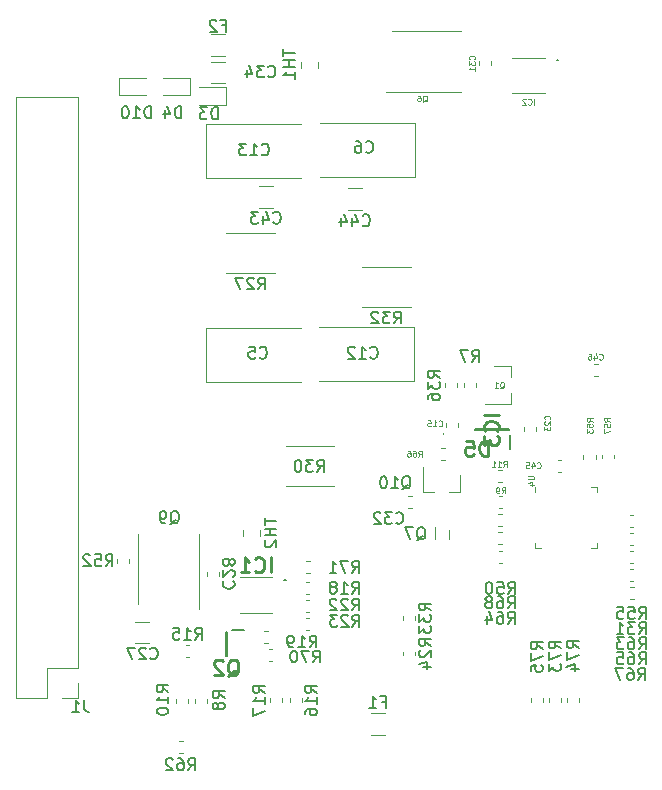
<source format=gbr>
G04 #@! TF.GenerationSoftware,KiCad,Pcbnew,(5.1.6)-1*
G04 #@! TF.CreationDate,2021-05-20T14:16:57+02:00*
G04 #@! TF.ProjectId,rysboard,72797362-6f61-4726-942e-6b696361645f,4.2*
G04 #@! TF.SameCoordinates,Original*
G04 #@! TF.FileFunction,Legend,Bot*
G04 #@! TF.FilePolarity,Positive*
%FSLAX46Y46*%
G04 Gerber Fmt 4.6, Leading zero omitted, Abs format (unit mm)*
G04 Created by KiCad (PCBNEW (5.1.6)-1) date 2021-05-20 14:16:57*
%MOMM*%
%LPD*%
G01*
G04 APERTURE LIST*
%ADD10C,0.100000*%
%ADD11C,0.200000*%
%ADD12C,0.120000*%
%ADD13C,0.125000*%
%ADD14C,0.150000*%
%ADD15C,0.254000*%
G04 APERTURE END LIST*
D10*
X119550000Y-69375000D02*
X118160000Y-69375000D01*
X118160000Y-69375000D02*
X118160000Y-69375000D01*
X118160000Y-69375000D02*
X119550000Y-69375000D01*
X119550000Y-69375000D02*
X119550000Y-69375000D01*
X120940000Y-69375000D02*
X119550000Y-69375000D01*
X119550000Y-69375000D02*
X119550000Y-69375000D01*
X119550000Y-69375000D02*
X120940000Y-69375000D01*
X120940000Y-69375000D02*
X120940000Y-69375000D01*
X120940000Y-72375000D02*
X118160000Y-72375000D01*
X118160000Y-72375000D02*
X118160000Y-72375000D01*
X118160000Y-72375000D02*
X120940000Y-72375000D01*
X120940000Y-72375000D02*
X120940000Y-72375000D01*
D11*
X122050000Y-69575000D02*
X122050000Y-69575000D01*
X121950000Y-69575000D02*
X121950000Y-69575000D01*
X122050000Y-69575000D02*
X122050000Y-69575000D01*
X121950000Y-69575000D02*
G75*
G03*
X122050000Y-69575000I50000J0D01*
G01*
X122050000Y-69575000D02*
G75*
G03*
X121950000Y-69575000I-50000J0D01*
G01*
X121950000Y-69575000D02*
G75*
G03*
X122050000Y-69575000I50000J0D01*
G01*
D12*
X76194500Y-123601100D02*
X78794500Y-123601100D01*
X76194500Y-123601100D02*
X76194500Y-72681100D01*
X76194500Y-72681100D02*
X81394500Y-72681100D01*
X81394500Y-121001100D02*
X81394500Y-72681100D01*
X78794500Y-121001100D02*
X81394500Y-121001100D01*
X78794500Y-123601100D02*
X78794500Y-121001100D01*
X81394500Y-123601100D02*
X81394500Y-122271100D01*
X80064500Y-123601100D02*
X81394500Y-123601100D01*
X100300000Y-96780000D02*
X92240000Y-96780000D01*
X92240000Y-96780000D02*
X92240000Y-92260000D01*
X92240000Y-92260000D02*
X100300000Y-92260000D01*
X101852500Y-74920000D02*
X109912500Y-74920000D01*
X109912500Y-74920000D02*
X109912500Y-79440000D01*
X109912500Y-79440000D02*
X101852500Y-79440000D01*
X101820000Y-92190000D02*
X109880000Y-92190000D01*
X109880000Y-92190000D02*
X109880000Y-96710000D01*
X109880000Y-96710000D02*
X101820000Y-96710000D01*
X100270000Y-79500000D02*
X92210000Y-79500000D01*
X92210000Y-79500000D02*
X92210000Y-74980000D01*
X92210000Y-74980000D02*
X100270000Y-74980000D01*
X113550000Y-100612779D02*
X113550000Y-100287221D01*
X112530000Y-100612779D02*
X112530000Y-100287221D01*
X120220000Y-100922779D02*
X120220000Y-100597221D01*
X119200000Y-100922779D02*
X119200000Y-100597221D01*
X115315000Y-69662221D02*
X115315000Y-69987779D01*
X116335000Y-69662221D02*
X116335000Y-69987779D01*
X93852064Y-69715000D02*
X92647936Y-69715000D01*
X93852064Y-71535000D02*
X92647936Y-71535000D01*
X96697936Y-82070000D02*
X97902064Y-82070000D01*
X96697936Y-80250000D02*
X97902064Y-80250000D01*
X105462064Y-80400000D02*
X104257936Y-80400000D01*
X105462064Y-82220000D02*
X104257936Y-82220000D01*
X122011221Y-104396000D02*
X122336779Y-104396000D01*
X122011221Y-103376000D02*
X122336779Y-103376000D01*
X125387779Y-95290000D02*
X125062221Y-95290000D01*
X125387779Y-96310000D02*
X125062221Y-96310000D01*
X107500000Y-72245000D02*
X113845000Y-72245000D01*
X107955000Y-67105000D02*
X113845000Y-67105000D01*
X91310000Y-123637221D02*
X91310000Y-123962779D01*
X92330000Y-123637221D02*
X92330000Y-123962779D01*
X117342779Y-106470000D02*
X117017221Y-106470000D01*
X117342779Y-107490000D02*
X117017221Y-107490000D01*
X117262779Y-104290000D02*
X116937221Y-104290000D01*
X117262779Y-105310000D02*
X116937221Y-105310000D01*
X116997221Y-109030000D02*
X117322779Y-109030000D01*
X116997221Y-108010000D02*
X117322779Y-108010000D01*
X124200000Y-102974721D02*
X124200000Y-103300279D01*
X125220000Y-102974721D02*
X125220000Y-103300279D01*
X128432779Y-108080000D02*
X128107221Y-108080000D01*
X128432779Y-109100000D02*
X128107221Y-109100000D01*
X126748000Y-103286779D02*
X126748000Y-102961221D01*
X125728000Y-103286779D02*
X125728000Y-102961221D01*
X128097221Y-112170000D02*
X128422779Y-112170000D01*
X128097221Y-111150000D02*
X128422779Y-111150000D01*
X117007221Y-112100000D02*
X117332779Y-112100000D01*
X117007221Y-111080000D02*
X117332779Y-111080000D01*
X128107221Y-113700000D02*
X128432779Y-113700000D01*
X128107221Y-112680000D02*
X128432779Y-112680000D01*
X128117221Y-115220000D02*
X128442779Y-115220000D01*
X128117221Y-114200000D02*
X128442779Y-114200000D01*
X116997221Y-110550000D02*
X117322779Y-110550000D01*
X116997221Y-109530000D02*
X117322779Y-109530000D01*
X122320000Y-123902779D02*
X122320000Y-123577221D01*
X121300000Y-123902779D02*
X121300000Y-123577221D01*
X123850000Y-123902779D02*
X123850000Y-123577221D01*
X122830000Y-123902779D02*
X122830000Y-123577221D01*
X120790000Y-123912779D02*
X120790000Y-123587221D01*
X119770000Y-123912779D02*
X119770000Y-123587221D01*
X120110000Y-110405000D02*
X120110000Y-110880000D01*
X120110000Y-110880000D02*
X120585000Y-110880000D01*
X125330000Y-106135000D02*
X125330000Y-105660000D01*
X125330000Y-105660000D02*
X124855000Y-105660000D01*
X125330000Y-110405000D02*
X125330000Y-110880000D01*
X125330000Y-110880000D02*
X124855000Y-110880000D01*
X120110000Y-106135000D02*
X120110000Y-105660000D01*
X98997936Y-105640000D02*
X103102064Y-105640000D01*
X98997936Y-102220000D02*
X103102064Y-102220000D01*
X128432779Y-109610000D02*
X128107221Y-109610000D01*
X128432779Y-110630000D02*
X128107221Y-110630000D01*
X100270000Y-69678748D02*
X100270000Y-70201252D01*
X101690000Y-69678748D02*
X101690000Y-70201252D01*
X93827064Y-69185000D02*
X92622936Y-69185000D01*
X93827064Y-67365000D02*
X92622936Y-67365000D01*
X91620000Y-116050000D02*
X91620000Y-109705000D01*
X86480000Y-115595000D02*
X86480000Y-109705000D01*
X113780000Y-106160000D02*
X112850000Y-106160000D01*
X110620000Y-106160000D02*
X111550000Y-106160000D01*
X110620000Y-106160000D02*
X110620000Y-104000000D01*
X113780000Y-106160000D02*
X113780000Y-104700000D01*
X90832779Y-119090000D02*
X90507221Y-119090000D01*
X90832779Y-120110000D02*
X90507221Y-120110000D01*
X100340000Y-123607221D02*
X100340000Y-123932779D01*
X99320000Y-123607221D02*
X99320000Y-123932779D01*
X97690000Y-123607221D02*
X97690000Y-123932779D01*
X98710000Y-123607221D02*
X98710000Y-123932779D01*
X97127221Y-117870000D02*
X97452779Y-117870000D01*
X97127221Y-118890000D02*
X97452779Y-118890000D01*
X100992779Y-116270000D02*
X100667221Y-116270000D01*
X100992779Y-115250000D02*
X100667221Y-115250000D01*
X100992779Y-116780000D02*
X100667221Y-116780000D01*
X100992779Y-117800000D02*
X100667221Y-117800000D01*
X108890000Y-116962779D02*
X108890000Y-116637221D01*
X109910000Y-116962779D02*
X109910000Y-116637221D01*
X91650000Y-71865000D02*
X93935000Y-71865000D01*
X93935000Y-71865000D02*
X93935000Y-73335000D01*
X93935000Y-73335000D02*
X91650000Y-73335000D01*
X90910000Y-72510000D02*
X88625000Y-72510000D01*
X90910000Y-71040000D02*
X90910000Y-72510000D01*
X88625000Y-71040000D02*
X90910000Y-71040000D01*
X84915000Y-71040000D02*
X87200000Y-71040000D01*
X84915000Y-72510000D02*
X84915000Y-71040000D01*
X87200000Y-72510000D02*
X84915000Y-72510000D01*
D11*
X98975000Y-113550000D02*
X98975000Y-113550000D01*
X98875000Y-113550000D02*
X98875000Y-113550000D01*
X98975000Y-113550000D02*
X98975000Y-113550000D01*
D10*
X97865000Y-116350000D02*
X97865000Y-116350000D01*
X95085000Y-116350000D02*
X97865000Y-116350000D01*
X95085000Y-116350000D02*
X95085000Y-116350000D01*
X97865000Y-116350000D02*
X95085000Y-116350000D01*
X97865000Y-113350000D02*
X97865000Y-113350000D01*
X96475000Y-113350000D02*
X97865000Y-113350000D01*
X96475000Y-113350000D02*
X96475000Y-113350000D01*
X97865000Y-113350000D02*
X96475000Y-113350000D01*
X96475000Y-113350000D02*
X96475000Y-113350000D01*
X95085000Y-113350000D02*
X96475000Y-113350000D01*
X95085000Y-113350000D02*
X95085000Y-113350000D01*
X96475000Y-113350000D02*
X95085000Y-113350000D01*
D11*
X98875000Y-113550000D02*
G75*
G03*
X98975000Y-113550000I50000J0D01*
G01*
X98975000Y-113550000D02*
G75*
G03*
X98875000Y-113550000I-50000J0D01*
G01*
X98875000Y-113550000D02*
G75*
G03*
X98975000Y-113550000I50000J0D01*
G01*
X94055000Y-117980000D02*
X93905000Y-117980000D01*
X93905000Y-117980000D02*
X93905000Y-119980000D01*
X93905000Y-119980000D02*
X94055000Y-119980000D01*
X94055000Y-119980000D02*
X94055000Y-117980000D01*
X95455000Y-117780000D02*
X94405000Y-117780000D01*
D12*
X118060000Y-95490001D02*
X118060000Y-96420001D01*
X118060000Y-98650001D02*
X118060000Y-97720001D01*
X118060000Y-98650001D02*
X115900000Y-98650001D01*
X118060000Y-95490001D02*
X116600000Y-95490001D01*
X112490000Y-96937221D02*
X112490000Y-97262779D01*
X113510000Y-96937221D02*
X113510000Y-97262779D01*
X86237936Y-117130000D02*
X87442064Y-117130000D01*
X86237936Y-118950000D02*
X87442064Y-118950000D01*
X93310000Y-113212779D02*
X93310000Y-112887221D01*
X92290000Y-113212779D02*
X92290000Y-112887221D01*
X107377064Y-124865000D02*
X106172936Y-124865000D01*
X107377064Y-126685000D02*
X106172936Y-126685000D01*
X111600000Y-110100000D02*
X111600000Y-109100000D01*
X112800000Y-110100000D02*
X112800000Y-109300000D01*
X115110000Y-96937221D02*
X115110000Y-97262779D01*
X114090000Y-96937221D02*
X114090000Y-97262779D01*
X89660000Y-123637221D02*
X89660000Y-123962779D01*
X90680000Y-123637221D02*
X90680000Y-123962779D01*
X100667221Y-113730000D02*
X100992779Y-113730000D01*
X100667221Y-114750000D02*
X100992779Y-114750000D01*
X109910000Y-119962779D02*
X109910000Y-119637221D01*
X108890000Y-119962779D02*
X108890000Y-119637221D01*
X84690000Y-111837221D02*
X84690000Y-112162779D01*
X85710000Y-111837221D02*
X85710000Y-112162779D01*
X89937221Y-127190000D02*
X90262779Y-127190000D01*
X89937221Y-128210000D02*
X90262779Y-128210000D01*
X100737221Y-113010000D02*
X101062779Y-113010000D01*
X100737221Y-111990000D02*
X101062779Y-111990000D01*
X96810000Y-109861252D02*
X96810000Y-109338748D01*
X95390000Y-109861252D02*
X95390000Y-109338748D01*
X109662179Y-106500200D02*
X109336621Y-106500200D01*
X109662179Y-107520200D02*
X109336621Y-107520200D01*
X112462779Y-103410000D02*
X112137221Y-103410000D01*
X112462779Y-102390000D02*
X112137221Y-102390000D01*
X97537221Y-120410000D02*
X97862779Y-120410000D01*
X97537221Y-119390000D02*
X97862779Y-119390000D01*
X93965016Y-87612800D02*
X98069144Y-87612800D01*
X93965016Y-84192800D02*
X98069144Y-84192800D01*
X105450896Y-87073160D02*
X109555024Y-87073160D01*
X105450896Y-90493160D02*
X109555024Y-90493160D01*
D11*
X112348000Y-101197000D02*
G75*
G03*
X112348000Y-101197000I-10000J0D01*
G01*
X117889000Y-100913000D02*
X117889000Y-100763000D01*
X117889000Y-100763000D02*
X115029000Y-100763000D01*
X115029000Y-100763000D02*
X115029000Y-100913000D01*
X115029000Y-100913000D02*
X117889000Y-100913000D01*
X117984000Y-102513000D02*
X117984000Y-101263000D01*
D13*
X120033195Y-73327390D02*
X120033195Y-72827390D01*
X119509385Y-73279771D02*
X119533195Y-73303580D01*
X119604623Y-73327390D01*
X119652242Y-73327390D01*
X119723671Y-73303580D01*
X119771290Y-73255961D01*
X119795100Y-73208342D01*
X119818909Y-73113104D01*
X119818909Y-73041676D01*
X119795100Y-72946438D01*
X119771290Y-72898819D01*
X119723671Y-72851200D01*
X119652242Y-72827390D01*
X119604623Y-72827390D01*
X119533195Y-72851200D01*
X119509385Y-72875009D01*
X119318909Y-72875009D02*
X119295100Y-72851200D01*
X119247480Y-72827390D01*
X119128433Y-72827390D01*
X119080814Y-72851200D01*
X119057004Y-72875009D01*
X119033195Y-72922628D01*
X119033195Y-72970247D01*
X119057004Y-73041676D01*
X119342719Y-73327390D01*
X119033195Y-73327390D01*
D14*
X81933333Y-123752380D02*
X81933333Y-124466666D01*
X81980952Y-124609523D01*
X82076190Y-124704761D01*
X82219047Y-124752380D01*
X82314285Y-124752380D01*
X80933333Y-124752380D02*
X81504761Y-124752380D01*
X81219047Y-124752380D02*
X81219047Y-123752380D01*
X81314285Y-123895238D01*
X81409523Y-123990476D01*
X81504761Y-124038095D01*
X96788266Y-94730842D02*
X96835885Y-94778461D01*
X96978742Y-94826080D01*
X97073980Y-94826080D01*
X97216838Y-94778461D01*
X97312076Y-94683223D01*
X97359695Y-94587985D01*
X97407314Y-94397509D01*
X97407314Y-94254652D01*
X97359695Y-94064176D01*
X97312076Y-93968938D01*
X97216838Y-93873700D01*
X97073980Y-93826080D01*
X96978742Y-93826080D01*
X96835885Y-93873700D01*
X96788266Y-93921319D01*
X95883504Y-93826080D02*
X96359695Y-93826080D01*
X96407314Y-94302271D01*
X96359695Y-94254652D01*
X96264457Y-94207033D01*
X96026361Y-94207033D01*
X95931123Y-94254652D01*
X95883504Y-94302271D01*
X95835885Y-94397509D01*
X95835885Y-94635604D01*
X95883504Y-94730842D01*
X95931123Y-94778461D01*
X96026361Y-94826080D01*
X96264457Y-94826080D01*
X96359695Y-94778461D01*
X96407314Y-94730842D01*
X105779866Y-77319142D02*
X105827485Y-77366761D01*
X105970342Y-77414380D01*
X106065580Y-77414380D01*
X106208438Y-77366761D01*
X106303676Y-77271523D01*
X106351295Y-77176285D01*
X106398914Y-76985809D01*
X106398914Y-76842952D01*
X106351295Y-76652476D01*
X106303676Y-76557238D01*
X106208438Y-76462000D01*
X106065580Y-76414380D01*
X105970342Y-76414380D01*
X105827485Y-76462000D01*
X105779866Y-76509619D01*
X104922723Y-76414380D02*
X105113200Y-76414380D01*
X105208438Y-76462000D01*
X105256057Y-76509619D01*
X105351295Y-76652476D01*
X105398914Y-76842952D01*
X105398914Y-77223904D01*
X105351295Y-77319142D01*
X105303676Y-77366761D01*
X105208438Y-77414380D01*
X105017961Y-77414380D01*
X104922723Y-77366761D01*
X104875104Y-77319142D01*
X104827485Y-77223904D01*
X104827485Y-76985809D01*
X104875104Y-76890571D01*
X104922723Y-76842952D01*
X105017961Y-76795333D01*
X105208438Y-76795333D01*
X105303676Y-76842952D01*
X105351295Y-76890571D01*
X105398914Y-76985809D01*
X106154457Y-94730842D02*
X106202076Y-94778461D01*
X106344933Y-94826080D01*
X106440171Y-94826080D01*
X106583028Y-94778461D01*
X106678266Y-94683223D01*
X106725885Y-94587985D01*
X106773504Y-94397509D01*
X106773504Y-94254652D01*
X106725885Y-94064176D01*
X106678266Y-93968938D01*
X106583028Y-93873700D01*
X106440171Y-93826080D01*
X106344933Y-93826080D01*
X106202076Y-93873700D01*
X106154457Y-93921319D01*
X105202076Y-94826080D02*
X105773504Y-94826080D01*
X105487790Y-94826080D02*
X105487790Y-93826080D01*
X105583028Y-93968938D01*
X105678266Y-94064176D01*
X105773504Y-94111795D01*
X104821123Y-93921319D02*
X104773504Y-93873700D01*
X104678266Y-93826080D01*
X104440171Y-93826080D01*
X104344933Y-93873700D01*
X104297314Y-93921319D01*
X104249695Y-94016557D01*
X104249695Y-94111795D01*
X104297314Y-94254652D01*
X104868742Y-94826080D01*
X104249695Y-94826080D01*
X96946957Y-77535042D02*
X96994576Y-77582661D01*
X97137433Y-77630280D01*
X97232671Y-77630280D01*
X97375528Y-77582661D01*
X97470766Y-77487423D01*
X97518385Y-77392185D01*
X97566004Y-77201709D01*
X97566004Y-77058852D01*
X97518385Y-76868376D01*
X97470766Y-76773138D01*
X97375528Y-76677900D01*
X97232671Y-76630280D01*
X97137433Y-76630280D01*
X96994576Y-76677900D01*
X96946957Y-76725519D01*
X95994576Y-77630280D02*
X96566004Y-77630280D01*
X96280290Y-77630280D02*
X96280290Y-76630280D01*
X96375528Y-76773138D01*
X96470766Y-76868376D01*
X96566004Y-76915995D01*
X95661242Y-76630280D02*
X95042195Y-76630280D01*
X95375528Y-77011233D01*
X95232671Y-77011233D01*
X95137433Y-77058852D01*
X95089814Y-77106471D01*
X95042195Y-77201709D01*
X95042195Y-77439804D01*
X95089814Y-77535042D01*
X95137433Y-77582661D01*
X95232671Y-77630280D01*
X95518385Y-77630280D01*
X95613623Y-77582661D01*
X95661242Y-77535042D01*
D13*
X111929028Y-100521271D02*
X111952838Y-100545080D01*
X112024266Y-100568890D01*
X112071885Y-100568890D01*
X112143314Y-100545080D01*
X112190933Y-100497461D01*
X112214742Y-100449842D01*
X112238552Y-100354604D01*
X112238552Y-100283176D01*
X112214742Y-100187938D01*
X112190933Y-100140319D01*
X112143314Y-100092700D01*
X112071885Y-100068890D01*
X112024266Y-100068890D01*
X111952838Y-100092700D01*
X111929028Y-100116509D01*
X111452838Y-100568890D02*
X111738552Y-100568890D01*
X111595695Y-100568890D02*
X111595695Y-100068890D01*
X111643314Y-100140319D01*
X111690933Y-100187938D01*
X111738552Y-100211747D01*
X111000457Y-100068890D02*
X111238552Y-100068890D01*
X111262361Y-100306985D01*
X111238552Y-100283176D01*
X111190933Y-100259366D01*
X111071885Y-100259366D01*
X111024266Y-100283176D01*
X111000457Y-100306985D01*
X110976647Y-100354604D01*
X110976647Y-100473652D01*
X111000457Y-100521271D01*
X111024266Y-100545080D01*
X111071885Y-100568890D01*
X111190933Y-100568890D01*
X111238552Y-100545080D01*
X111262361Y-100521271D01*
X121336571Y-99957771D02*
X121360380Y-99933961D01*
X121384190Y-99862533D01*
X121384190Y-99814914D01*
X121360380Y-99743485D01*
X121312761Y-99695866D01*
X121265142Y-99672057D01*
X121169904Y-99648247D01*
X121098476Y-99648247D01*
X121003238Y-99672057D01*
X120955619Y-99695866D01*
X120908000Y-99743485D01*
X120884190Y-99814914D01*
X120884190Y-99862533D01*
X120908000Y-99933961D01*
X120931809Y-99957771D01*
X120931809Y-100148247D02*
X120908000Y-100172057D01*
X120884190Y-100219676D01*
X120884190Y-100338723D01*
X120908000Y-100386342D01*
X120931809Y-100410152D01*
X120979428Y-100433961D01*
X121027047Y-100433961D01*
X121098476Y-100410152D01*
X121384190Y-100124438D01*
X121384190Y-100433961D01*
X120884190Y-100600628D02*
X120884190Y-100910152D01*
X121074666Y-100743485D01*
X121074666Y-100814914D01*
X121098476Y-100862533D01*
X121122285Y-100886342D01*
X121169904Y-100910152D01*
X121288952Y-100910152D01*
X121336571Y-100886342D01*
X121360380Y-100862533D01*
X121384190Y-100814914D01*
X121384190Y-100672057D01*
X121360380Y-100624438D01*
X121336571Y-100600628D01*
X114961171Y-69503571D02*
X114984980Y-69479761D01*
X115008790Y-69408333D01*
X115008790Y-69360714D01*
X114984980Y-69289285D01*
X114937361Y-69241666D01*
X114889742Y-69217857D01*
X114794504Y-69194047D01*
X114723076Y-69194047D01*
X114627838Y-69217857D01*
X114580219Y-69241666D01*
X114532600Y-69289285D01*
X114508790Y-69360714D01*
X114508790Y-69408333D01*
X114532600Y-69479761D01*
X114556409Y-69503571D01*
X114508790Y-69670238D02*
X114508790Y-69979761D01*
X114699266Y-69813095D01*
X114699266Y-69884523D01*
X114723076Y-69932142D01*
X114746885Y-69955952D01*
X114794504Y-69979761D01*
X114913552Y-69979761D01*
X114961171Y-69955952D01*
X114984980Y-69932142D01*
X115008790Y-69884523D01*
X115008790Y-69741666D01*
X114984980Y-69694047D01*
X114961171Y-69670238D01*
X115008790Y-70455952D02*
X115008790Y-70170238D01*
X115008790Y-70313095D02*
X114508790Y-70313095D01*
X114580219Y-70265476D01*
X114627838Y-70217857D01*
X114651647Y-70170238D01*
D14*
X97493057Y-70931042D02*
X97540676Y-70978661D01*
X97683533Y-71026280D01*
X97778771Y-71026280D01*
X97921628Y-70978661D01*
X98016866Y-70883423D01*
X98064485Y-70788185D01*
X98112104Y-70597709D01*
X98112104Y-70454852D01*
X98064485Y-70264376D01*
X98016866Y-70169138D01*
X97921628Y-70073900D01*
X97778771Y-70026280D01*
X97683533Y-70026280D01*
X97540676Y-70073900D01*
X97493057Y-70121519D01*
X97159723Y-70026280D02*
X96540676Y-70026280D01*
X96874009Y-70407233D01*
X96731152Y-70407233D01*
X96635914Y-70454852D01*
X96588295Y-70502471D01*
X96540676Y-70597709D01*
X96540676Y-70835804D01*
X96588295Y-70931042D01*
X96635914Y-70978661D01*
X96731152Y-71026280D01*
X97016866Y-71026280D01*
X97112104Y-70978661D01*
X97159723Y-70931042D01*
X95683533Y-70359614D02*
X95683533Y-71026280D01*
X95921628Y-69978661D02*
X96159723Y-70692947D01*
X95540676Y-70692947D01*
X97942857Y-83300842D02*
X97990476Y-83348461D01*
X98133333Y-83396080D01*
X98228571Y-83396080D01*
X98371428Y-83348461D01*
X98466666Y-83253223D01*
X98514285Y-83157985D01*
X98561904Y-82967509D01*
X98561904Y-82824652D01*
X98514285Y-82634176D01*
X98466666Y-82538938D01*
X98371428Y-82443700D01*
X98228571Y-82396080D01*
X98133333Y-82396080D01*
X97990476Y-82443700D01*
X97942857Y-82491319D01*
X97085714Y-82729414D02*
X97085714Y-83396080D01*
X97323809Y-82348461D02*
X97561904Y-83062747D01*
X96942857Y-83062747D01*
X96657142Y-82396080D02*
X96038095Y-82396080D01*
X96371428Y-82777033D01*
X96228571Y-82777033D01*
X96133333Y-82824652D01*
X96085714Y-82872271D01*
X96038095Y-82967509D01*
X96038095Y-83205604D01*
X96085714Y-83300842D01*
X96133333Y-83348461D01*
X96228571Y-83396080D01*
X96514285Y-83396080D01*
X96609523Y-83348461D01*
X96657142Y-83300842D01*
X105494057Y-83529442D02*
X105541676Y-83577061D01*
X105684533Y-83624680D01*
X105779771Y-83624680D01*
X105922628Y-83577061D01*
X106017866Y-83481823D01*
X106065485Y-83386585D01*
X106113104Y-83196109D01*
X106113104Y-83053252D01*
X106065485Y-82862776D01*
X106017866Y-82767538D01*
X105922628Y-82672300D01*
X105779771Y-82624680D01*
X105684533Y-82624680D01*
X105541676Y-82672300D01*
X105494057Y-82719919D01*
X104636914Y-82958014D02*
X104636914Y-83624680D01*
X104875009Y-82577061D02*
X105113104Y-83291347D01*
X104494057Y-83291347D01*
X103684533Y-82958014D02*
X103684533Y-83624680D01*
X103922628Y-82577061D02*
X104160723Y-83291347D01*
X103541676Y-83291347D01*
D13*
X120272928Y-104064571D02*
X120296738Y-104088380D01*
X120368166Y-104112190D01*
X120415785Y-104112190D01*
X120487214Y-104088380D01*
X120534833Y-104040761D01*
X120558642Y-103993142D01*
X120582452Y-103897904D01*
X120582452Y-103826476D01*
X120558642Y-103731238D01*
X120534833Y-103683619D01*
X120487214Y-103636000D01*
X120415785Y-103612190D01*
X120368166Y-103612190D01*
X120296738Y-103636000D01*
X120272928Y-103659809D01*
X119844357Y-103778857D02*
X119844357Y-104112190D01*
X119963404Y-103588380D02*
X120082452Y-103945523D01*
X119772928Y-103945523D01*
X119344357Y-103612190D02*
X119582452Y-103612190D01*
X119606261Y-103850285D01*
X119582452Y-103826476D01*
X119534833Y-103802666D01*
X119415785Y-103802666D01*
X119368166Y-103826476D01*
X119344357Y-103850285D01*
X119320547Y-103897904D01*
X119320547Y-104016952D01*
X119344357Y-104064571D01*
X119368166Y-104088380D01*
X119415785Y-104112190D01*
X119534833Y-104112190D01*
X119582452Y-104088380D01*
X119606261Y-104064571D01*
X125543428Y-94869771D02*
X125567238Y-94893580D01*
X125638666Y-94917390D01*
X125686285Y-94917390D01*
X125757714Y-94893580D01*
X125805333Y-94845961D01*
X125829142Y-94798342D01*
X125852952Y-94703104D01*
X125852952Y-94631676D01*
X125829142Y-94536438D01*
X125805333Y-94488819D01*
X125757714Y-94441200D01*
X125686285Y-94417390D01*
X125638666Y-94417390D01*
X125567238Y-94441200D01*
X125543428Y-94465009D01*
X125114857Y-94584057D02*
X125114857Y-94917390D01*
X125233904Y-94393580D02*
X125352952Y-94750723D01*
X125043428Y-94750723D01*
X124638666Y-94417390D02*
X124733904Y-94417390D01*
X124781523Y-94441200D01*
X124805333Y-94465009D01*
X124852952Y-94536438D01*
X124876761Y-94631676D01*
X124876761Y-94822152D01*
X124852952Y-94869771D01*
X124829142Y-94893580D01*
X124781523Y-94917390D01*
X124686285Y-94917390D01*
X124638666Y-94893580D01*
X124614857Y-94869771D01*
X124591047Y-94822152D01*
X124591047Y-94703104D01*
X124614857Y-94655485D01*
X124638666Y-94631676D01*
X124686285Y-94607866D01*
X124781523Y-94607866D01*
X124829142Y-94631676D01*
X124852952Y-94655485D01*
X124876761Y-94703104D01*
X110588419Y-73108309D02*
X110636038Y-73084500D01*
X110683657Y-73036880D01*
X110755085Y-72965452D01*
X110802704Y-72941642D01*
X110850323Y-72941642D01*
X110826514Y-73060690D02*
X110874133Y-73036880D01*
X110921752Y-72989261D01*
X110945561Y-72894023D01*
X110945561Y-72727357D01*
X110921752Y-72632119D01*
X110874133Y-72584500D01*
X110826514Y-72560690D01*
X110731276Y-72560690D01*
X110683657Y-72584500D01*
X110636038Y-72632119D01*
X110612228Y-72727357D01*
X110612228Y-72894023D01*
X110636038Y-72989261D01*
X110683657Y-73036880D01*
X110731276Y-73060690D01*
X110826514Y-73060690D01*
X110183657Y-72560690D02*
X110278895Y-72560690D01*
X110326514Y-72584500D01*
X110350323Y-72608309D01*
X110397942Y-72679738D01*
X110421752Y-72774976D01*
X110421752Y-72965452D01*
X110397942Y-73013071D01*
X110374133Y-73036880D01*
X110326514Y-73060690D01*
X110231276Y-73060690D01*
X110183657Y-73036880D01*
X110159847Y-73013071D01*
X110136038Y-72965452D01*
X110136038Y-72846404D01*
X110159847Y-72798785D01*
X110183657Y-72774976D01*
X110231276Y-72751166D01*
X110326514Y-72751166D01*
X110374133Y-72774976D01*
X110397942Y-72798785D01*
X110421752Y-72846404D01*
D14*
X93810080Y-123582133D02*
X93333890Y-123248800D01*
X93810080Y-123010704D02*
X92810080Y-123010704D01*
X92810080Y-123391657D01*
X92857700Y-123486895D01*
X92905319Y-123534514D01*
X93000557Y-123582133D01*
X93143414Y-123582133D01*
X93238652Y-123534514D01*
X93286271Y-123486895D01*
X93333890Y-123391657D01*
X93333890Y-123010704D01*
X93238652Y-124153561D02*
X93191033Y-124058323D01*
X93143414Y-124010704D01*
X93048176Y-123963085D01*
X93000557Y-123963085D01*
X92905319Y-124010704D01*
X92857700Y-124058323D01*
X92810080Y-124153561D01*
X92810080Y-124344038D01*
X92857700Y-124439276D01*
X92905319Y-124486895D01*
X93000557Y-124534514D01*
X93048176Y-124534514D01*
X93143414Y-124486895D01*
X93191033Y-124439276D01*
X93238652Y-124344038D01*
X93238652Y-124153561D01*
X93286271Y-124058323D01*
X93333890Y-124010704D01*
X93429128Y-123963085D01*
X93619604Y-123963085D01*
X93714842Y-124010704D01*
X93762461Y-124058323D01*
X93810080Y-124153561D01*
X93810080Y-124344038D01*
X93762461Y-124439276D01*
X93714842Y-124486895D01*
X93619604Y-124534514D01*
X93429128Y-124534514D01*
X93333890Y-124486895D01*
X93286271Y-124439276D01*
X93238652Y-124344038D01*
D13*
X117266233Y-106233090D02*
X117432900Y-105994995D01*
X117551947Y-106233090D02*
X117551947Y-105733090D01*
X117361471Y-105733090D01*
X117313852Y-105756900D01*
X117290042Y-105780709D01*
X117266233Y-105828328D01*
X117266233Y-105899757D01*
X117290042Y-105947376D01*
X117313852Y-105971185D01*
X117361471Y-105994995D01*
X117551947Y-105994995D01*
X117028138Y-106233090D02*
X116932900Y-106233090D01*
X116885280Y-106209280D01*
X116861471Y-106185471D01*
X116813852Y-106114042D01*
X116790042Y-106018804D01*
X116790042Y-105828328D01*
X116813852Y-105780709D01*
X116837661Y-105756900D01*
X116885280Y-105733090D01*
X116980519Y-105733090D01*
X117028138Y-105756900D01*
X117051947Y-105780709D01*
X117075757Y-105828328D01*
X117075757Y-105947376D01*
X117051947Y-105994995D01*
X117028138Y-106018804D01*
X116980519Y-106042614D01*
X116885280Y-106042614D01*
X116837661Y-106018804D01*
X116813852Y-105994995D01*
X116790042Y-105947376D01*
X117415428Y-103997890D02*
X117582095Y-103759795D01*
X117701142Y-103997890D02*
X117701142Y-103497890D01*
X117510666Y-103497890D01*
X117463047Y-103521700D01*
X117439238Y-103545509D01*
X117415428Y-103593128D01*
X117415428Y-103664557D01*
X117439238Y-103712176D01*
X117463047Y-103735985D01*
X117510666Y-103759795D01*
X117701142Y-103759795D01*
X116939238Y-103997890D02*
X117224952Y-103997890D01*
X117082095Y-103997890D02*
X117082095Y-103497890D01*
X117129714Y-103569319D01*
X117177333Y-103616938D01*
X117224952Y-103640747D01*
X116463047Y-103997890D02*
X116748761Y-103997890D01*
X116605904Y-103997890D02*
X116605904Y-103497890D01*
X116653523Y-103569319D01*
X116701142Y-103616938D01*
X116748761Y-103640747D01*
D14*
X117813057Y-114752380D02*
X118146390Y-114276190D01*
X118384485Y-114752380D02*
X118384485Y-113752380D01*
X118003533Y-113752380D01*
X117908295Y-113800000D01*
X117860676Y-113847619D01*
X117813057Y-113942857D01*
X117813057Y-114085714D01*
X117860676Y-114180952D01*
X117908295Y-114228571D01*
X118003533Y-114276190D01*
X118384485Y-114276190D01*
X116908295Y-113752380D02*
X117384485Y-113752380D01*
X117432104Y-114228571D01*
X117384485Y-114180952D01*
X117289247Y-114133333D01*
X117051152Y-114133333D01*
X116955914Y-114180952D01*
X116908295Y-114228571D01*
X116860676Y-114323809D01*
X116860676Y-114561904D01*
X116908295Y-114657142D01*
X116955914Y-114704761D01*
X117051152Y-114752380D01*
X117289247Y-114752380D01*
X117384485Y-114704761D01*
X117432104Y-114657142D01*
X116241628Y-113752380D02*
X116146390Y-113752380D01*
X116051152Y-113800000D01*
X116003533Y-113847619D01*
X115955914Y-113942857D01*
X115908295Y-114133333D01*
X115908295Y-114371428D01*
X115955914Y-114561904D01*
X116003533Y-114657142D01*
X116051152Y-114704761D01*
X116146390Y-114752380D01*
X116241628Y-114752380D01*
X116336866Y-114704761D01*
X116384485Y-114657142D01*
X116432104Y-114561904D01*
X116479723Y-114371428D01*
X116479723Y-114133333D01*
X116432104Y-113942857D01*
X116384485Y-113847619D01*
X116336866Y-113800000D01*
X116241628Y-113752380D01*
D13*
X124978290Y-100160971D02*
X124740195Y-99994304D01*
X124978290Y-99875257D02*
X124478290Y-99875257D01*
X124478290Y-100065733D01*
X124502100Y-100113352D01*
X124525909Y-100137161D01*
X124573528Y-100160971D01*
X124644957Y-100160971D01*
X124692576Y-100137161D01*
X124716385Y-100113352D01*
X124740195Y-100065733D01*
X124740195Y-99875257D01*
X124478290Y-100613352D02*
X124478290Y-100375257D01*
X124716385Y-100351447D01*
X124692576Y-100375257D01*
X124668766Y-100422876D01*
X124668766Y-100541923D01*
X124692576Y-100589542D01*
X124716385Y-100613352D01*
X124764004Y-100637161D01*
X124883052Y-100637161D01*
X124930671Y-100613352D01*
X124954480Y-100589542D01*
X124978290Y-100541923D01*
X124978290Y-100422876D01*
X124954480Y-100375257D01*
X124930671Y-100351447D01*
X124478290Y-100803828D02*
X124478290Y-101113352D01*
X124668766Y-100946685D01*
X124668766Y-101018114D01*
X124692576Y-101065733D01*
X124716385Y-101089542D01*
X124764004Y-101113352D01*
X124883052Y-101113352D01*
X124930671Y-101089542D01*
X124954480Y-101065733D01*
X124978290Y-101018114D01*
X124978290Y-100875257D01*
X124954480Y-100827638D01*
X124930671Y-100803828D01*
D14*
X128912857Y-116847880D02*
X129246190Y-116371690D01*
X129484285Y-116847880D02*
X129484285Y-115847880D01*
X129103333Y-115847880D01*
X129008095Y-115895500D01*
X128960476Y-115943119D01*
X128912857Y-116038357D01*
X128912857Y-116181214D01*
X128960476Y-116276452D01*
X129008095Y-116324071D01*
X129103333Y-116371690D01*
X129484285Y-116371690D01*
X128008095Y-115847880D02*
X128484285Y-115847880D01*
X128531904Y-116324071D01*
X128484285Y-116276452D01*
X128389047Y-116228833D01*
X128150952Y-116228833D01*
X128055714Y-116276452D01*
X128008095Y-116324071D01*
X127960476Y-116419309D01*
X127960476Y-116657404D01*
X128008095Y-116752642D01*
X128055714Y-116800261D01*
X128150952Y-116847880D01*
X128389047Y-116847880D01*
X128484285Y-116800261D01*
X128531904Y-116752642D01*
X127055714Y-115847880D02*
X127531904Y-115847880D01*
X127579523Y-116324071D01*
X127531904Y-116276452D01*
X127436666Y-116228833D01*
X127198571Y-116228833D01*
X127103333Y-116276452D01*
X127055714Y-116324071D01*
X127008095Y-116419309D01*
X127008095Y-116657404D01*
X127055714Y-116752642D01*
X127103333Y-116800261D01*
X127198571Y-116847880D01*
X127436666Y-116847880D01*
X127531904Y-116800261D01*
X127579523Y-116752642D01*
D13*
X126464190Y-100160971D02*
X126226095Y-99994304D01*
X126464190Y-99875257D02*
X125964190Y-99875257D01*
X125964190Y-100065733D01*
X125988000Y-100113352D01*
X126011809Y-100137161D01*
X126059428Y-100160971D01*
X126130857Y-100160971D01*
X126178476Y-100137161D01*
X126202285Y-100113352D01*
X126226095Y-100065733D01*
X126226095Y-99875257D01*
X125964190Y-100613352D02*
X125964190Y-100375257D01*
X126202285Y-100351447D01*
X126178476Y-100375257D01*
X126154666Y-100422876D01*
X126154666Y-100541923D01*
X126178476Y-100589542D01*
X126202285Y-100613352D01*
X126249904Y-100637161D01*
X126368952Y-100637161D01*
X126416571Y-100613352D01*
X126440380Y-100589542D01*
X126464190Y-100541923D01*
X126464190Y-100422876D01*
X126440380Y-100375257D01*
X126416571Y-100351447D01*
X125964190Y-100803828D02*
X125964190Y-101137161D01*
X126464190Y-100922876D01*
D14*
X128900157Y-119438680D02*
X129233490Y-118962490D01*
X129471585Y-119438680D02*
X129471585Y-118438680D01*
X129090633Y-118438680D01*
X128995395Y-118486300D01*
X128947776Y-118533919D01*
X128900157Y-118629157D01*
X128900157Y-118772014D01*
X128947776Y-118867252D01*
X128995395Y-118914871D01*
X129090633Y-118962490D01*
X129471585Y-118962490D01*
X128043014Y-118438680D02*
X128233490Y-118438680D01*
X128328728Y-118486300D01*
X128376347Y-118533919D01*
X128471585Y-118676776D01*
X128519204Y-118867252D01*
X128519204Y-119248204D01*
X128471585Y-119343442D01*
X128423966Y-119391061D01*
X128328728Y-119438680D01*
X128138252Y-119438680D01*
X128043014Y-119391061D01*
X127995395Y-119343442D01*
X127947776Y-119248204D01*
X127947776Y-119010109D01*
X127995395Y-118914871D01*
X128043014Y-118867252D01*
X128138252Y-118819633D01*
X128328728Y-118819633D01*
X128423966Y-118867252D01*
X128471585Y-118914871D01*
X128519204Y-119010109D01*
X127614442Y-118438680D02*
X126995395Y-118438680D01*
X127328728Y-118819633D01*
X127185871Y-118819633D01*
X127090633Y-118867252D01*
X127043014Y-118914871D01*
X126995395Y-119010109D01*
X126995395Y-119248204D01*
X127043014Y-119343442D01*
X127090633Y-119391061D01*
X127185871Y-119438680D01*
X127471585Y-119438680D01*
X127566823Y-119391061D01*
X127614442Y-119343442D01*
X117800357Y-117279680D02*
X118133690Y-116803490D01*
X118371785Y-117279680D02*
X118371785Y-116279680D01*
X117990833Y-116279680D01*
X117895595Y-116327300D01*
X117847976Y-116374919D01*
X117800357Y-116470157D01*
X117800357Y-116613014D01*
X117847976Y-116708252D01*
X117895595Y-116755871D01*
X117990833Y-116803490D01*
X118371785Y-116803490D01*
X116943214Y-116279680D02*
X117133690Y-116279680D01*
X117228928Y-116327300D01*
X117276547Y-116374919D01*
X117371785Y-116517776D01*
X117419404Y-116708252D01*
X117419404Y-117089204D01*
X117371785Y-117184442D01*
X117324166Y-117232061D01*
X117228928Y-117279680D01*
X117038452Y-117279680D01*
X116943214Y-117232061D01*
X116895595Y-117184442D01*
X116847976Y-117089204D01*
X116847976Y-116851109D01*
X116895595Y-116755871D01*
X116943214Y-116708252D01*
X117038452Y-116660633D01*
X117228928Y-116660633D01*
X117324166Y-116708252D01*
X117371785Y-116755871D01*
X117419404Y-116851109D01*
X115990833Y-116613014D02*
X115990833Y-117279680D01*
X116228928Y-116232061D02*
X116467023Y-116946347D01*
X115847976Y-116946347D01*
X128900157Y-120708680D02*
X129233490Y-120232490D01*
X129471585Y-120708680D02*
X129471585Y-119708680D01*
X129090633Y-119708680D01*
X128995395Y-119756300D01*
X128947776Y-119803919D01*
X128900157Y-119899157D01*
X128900157Y-120042014D01*
X128947776Y-120137252D01*
X128995395Y-120184871D01*
X129090633Y-120232490D01*
X129471585Y-120232490D01*
X128043014Y-119708680D02*
X128233490Y-119708680D01*
X128328728Y-119756300D01*
X128376347Y-119803919D01*
X128471585Y-119946776D01*
X128519204Y-120137252D01*
X128519204Y-120518204D01*
X128471585Y-120613442D01*
X128423966Y-120661061D01*
X128328728Y-120708680D01*
X128138252Y-120708680D01*
X128043014Y-120661061D01*
X127995395Y-120613442D01*
X127947776Y-120518204D01*
X127947776Y-120280109D01*
X127995395Y-120184871D01*
X128043014Y-120137252D01*
X128138252Y-120089633D01*
X128328728Y-120089633D01*
X128423966Y-120137252D01*
X128471585Y-120184871D01*
X128519204Y-120280109D01*
X127043014Y-119708680D02*
X127519204Y-119708680D01*
X127566823Y-120184871D01*
X127519204Y-120137252D01*
X127423966Y-120089633D01*
X127185871Y-120089633D01*
X127090633Y-120137252D01*
X127043014Y-120184871D01*
X126995395Y-120280109D01*
X126995395Y-120518204D01*
X127043014Y-120613442D01*
X127090633Y-120661061D01*
X127185871Y-120708680D01*
X127423966Y-120708680D01*
X127519204Y-120661061D01*
X127566823Y-120613442D01*
X128836657Y-122029480D02*
X129169990Y-121553290D01*
X129408085Y-122029480D02*
X129408085Y-121029480D01*
X129027133Y-121029480D01*
X128931895Y-121077100D01*
X128884276Y-121124719D01*
X128836657Y-121219957D01*
X128836657Y-121362814D01*
X128884276Y-121458052D01*
X128931895Y-121505671D01*
X129027133Y-121553290D01*
X129408085Y-121553290D01*
X127979514Y-121029480D02*
X128169990Y-121029480D01*
X128265228Y-121077100D01*
X128312847Y-121124719D01*
X128408085Y-121267576D01*
X128455704Y-121458052D01*
X128455704Y-121839004D01*
X128408085Y-121934242D01*
X128360466Y-121981861D01*
X128265228Y-122029480D01*
X128074752Y-122029480D01*
X127979514Y-121981861D01*
X127931895Y-121934242D01*
X127884276Y-121839004D01*
X127884276Y-121600909D01*
X127931895Y-121505671D01*
X127979514Y-121458052D01*
X128074752Y-121410433D01*
X128265228Y-121410433D01*
X128360466Y-121458052D01*
X128408085Y-121505671D01*
X128455704Y-121600909D01*
X127550942Y-121029480D02*
X126884276Y-121029480D01*
X127312847Y-122029480D01*
X117802857Y-115971580D02*
X118136190Y-115495390D01*
X118374285Y-115971580D02*
X118374285Y-114971580D01*
X117993333Y-114971580D01*
X117898095Y-115019200D01*
X117850476Y-115066819D01*
X117802857Y-115162057D01*
X117802857Y-115304914D01*
X117850476Y-115400152D01*
X117898095Y-115447771D01*
X117993333Y-115495390D01*
X118374285Y-115495390D01*
X116945714Y-114971580D02*
X117136190Y-114971580D01*
X117231428Y-115019200D01*
X117279047Y-115066819D01*
X117374285Y-115209676D01*
X117421904Y-115400152D01*
X117421904Y-115781104D01*
X117374285Y-115876342D01*
X117326666Y-115923961D01*
X117231428Y-115971580D01*
X117040952Y-115971580D01*
X116945714Y-115923961D01*
X116898095Y-115876342D01*
X116850476Y-115781104D01*
X116850476Y-115543009D01*
X116898095Y-115447771D01*
X116945714Y-115400152D01*
X117040952Y-115352533D01*
X117231428Y-115352533D01*
X117326666Y-115400152D01*
X117374285Y-115447771D01*
X117421904Y-115543009D01*
X116279047Y-115400152D02*
X116374285Y-115352533D01*
X116421904Y-115304914D01*
X116469523Y-115209676D01*
X116469523Y-115162057D01*
X116421904Y-115066819D01*
X116374285Y-115019200D01*
X116279047Y-114971580D01*
X116088571Y-114971580D01*
X115993333Y-115019200D01*
X115945714Y-115066819D01*
X115898095Y-115162057D01*
X115898095Y-115209676D01*
X115945714Y-115304914D01*
X115993333Y-115352533D01*
X116088571Y-115400152D01*
X116279047Y-115400152D01*
X116374285Y-115447771D01*
X116421904Y-115495390D01*
X116469523Y-115590628D01*
X116469523Y-115781104D01*
X116421904Y-115876342D01*
X116374285Y-115923961D01*
X116279047Y-115971580D01*
X116088571Y-115971580D01*
X115993333Y-115923961D01*
X115945714Y-115876342D01*
X115898095Y-115781104D01*
X115898095Y-115590628D01*
X115945714Y-115495390D01*
X115993333Y-115447771D01*
X116088571Y-115400152D01*
X122270780Y-119372142D02*
X121794590Y-119038809D01*
X122270780Y-118800714D02*
X121270780Y-118800714D01*
X121270780Y-119181666D01*
X121318400Y-119276904D01*
X121366019Y-119324523D01*
X121461257Y-119372142D01*
X121604114Y-119372142D01*
X121699352Y-119324523D01*
X121746971Y-119276904D01*
X121794590Y-119181666D01*
X121794590Y-118800714D01*
X121270780Y-119705476D02*
X121270780Y-120372142D01*
X122270780Y-119943571D01*
X121270780Y-120657857D02*
X121270780Y-121276904D01*
X121651733Y-120943571D01*
X121651733Y-121086428D01*
X121699352Y-121181666D01*
X121746971Y-121229285D01*
X121842209Y-121276904D01*
X122080304Y-121276904D01*
X122175542Y-121229285D01*
X122223161Y-121181666D01*
X122270780Y-121086428D01*
X122270780Y-120800714D01*
X122223161Y-120705476D01*
X122175542Y-120657857D01*
X123794780Y-119334042D02*
X123318590Y-119000709D01*
X123794780Y-118762614D02*
X122794780Y-118762614D01*
X122794780Y-119143566D01*
X122842400Y-119238804D01*
X122890019Y-119286423D01*
X122985257Y-119334042D01*
X123128114Y-119334042D01*
X123223352Y-119286423D01*
X123270971Y-119238804D01*
X123318590Y-119143566D01*
X123318590Y-118762614D01*
X122794780Y-119667376D02*
X122794780Y-120334042D01*
X123794780Y-119905471D01*
X123128114Y-121143566D02*
X123794780Y-121143566D01*
X122747161Y-120905471D02*
X123461447Y-120667376D01*
X123461447Y-121286423D01*
X120734080Y-119435642D02*
X120257890Y-119102309D01*
X120734080Y-118864214D02*
X119734080Y-118864214D01*
X119734080Y-119245166D01*
X119781700Y-119340404D01*
X119829319Y-119388023D01*
X119924557Y-119435642D01*
X120067414Y-119435642D01*
X120162652Y-119388023D01*
X120210271Y-119340404D01*
X120257890Y-119245166D01*
X120257890Y-118864214D01*
X119734080Y-119768976D02*
X119734080Y-120435642D01*
X120734080Y-120007071D01*
X119734080Y-121292785D02*
X119734080Y-120816595D01*
X120210271Y-120768976D01*
X120162652Y-120816595D01*
X120115033Y-120911833D01*
X120115033Y-121149928D01*
X120162652Y-121245166D01*
X120210271Y-121292785D01*
X120305509Y-121340404D01*
X120543604Y-121340404D01*
X120638842Y-121292785D01*
X120686461Y-121245166D01*
X120734080Y-121149928D01*
X120734080Y-120911833D01*
X120686461Y-120816595D01*
X120638842Y-120768976D01*
D13*
X119499890Y-104775047D02*
X119904652Y-104775047D01*
X119952271Y-104798857D01*
X119976080Y-104822666D01*
X119999890Y-104870285D01*
X119999890Y-104965523D01*
X119976080Y-105013142D01*
X119952271Y-105036952D01*
X119904652Y-105060761D01*
X119499890Y-105060761D01*
X119666557Y-105513142D02*
X119999890Y-105513142D01*
X119476080Y-105394095D02*
X119833223Y-105275047D01*
X119833223Y-105584571D01*
D14*
X101645957Y-104414580D02*
X101979290Y-103938390D01*
X102217385Y-104414580D02*
X102217385Y-103414580D01*
X101836433Y-103414580D01*
X101741195Y-103462200D01*
X101693576Y-103509819D01*
X101645957Y-103605057D01*
X101645957Y-103747914D01*
X101693576Y-103843152D01*
X101741195Y-103890771D01*
X101836433Y-103938390D01*
X102217385Y-103938390D01*
X101312623Y-103414580D02*
X100693576Y-103414580D01*
X101026909Y-103795533D01*
X100884052Y-103795533D01*
X100788814Y-103843152D01*
X100741195Y-103890771D01*
X100693576Y-103986009D01*
X100693576Y-104224104D01*
X100741195Y-104319342D01*
X100788814Y-104366961D01*
X100884052Y-104414580D01*
X101169766Y-104414580D01*
X101265004Y-104366961D01*
X101312623Y-104319342D01*
X100074528Y-103414580D02*
X99979290Y-103414580D01*
X99884052Y-103462200D01*
X99836433Y-103509819D01*
X99788814Y-103605057D01*
X99741195Y-103795533D01*
X99741195Y-104033628D01*
X99788814Y-104224104D01*
X99836433Y-104319342D01*
X99884052Y-104366961D01*
X99979290Y-104414580D01*
X100074528Y-104414580D01*
X100169766Y-104366961D01*
X100217385Y-104319342D01*
X100265004Y-104224104D01*
X100312623Y-104033628D01*
X100312623Y-103795533D01*
X100265004Y-103605057D01*
X100217385Y-103509819D01*
X100169766Y-103462200D01*
X100074528Y-103414580D01*
X128900157Y-118155980D02*
X129233490Y-117679790D01*
X129471585Y-118155980D02*
X129471585Y-117155980D01*
X129090633Y-117155980D01*
X128995395Y-117203600D01*
X128947776Y-117251219D01*
X128900157Y-117346457D01*
X128900157Y-117489314D01*
X128947776Y-117584552D01*
X128995395Y-117632171D01*
X129090633Y-117679790D01*
X129471585Y-117679790D01*
X128566823Y-117155980D02*
X127947776Y-117155980D01*
X128281109Y-117536933D01*
X128138252Y-117536933D01*
X128043014Y-117584552D01*
X127995395Y-117632171D01*
X127947776Y-117727409D01*
X127947776Y-117965504D01*
X127995395Y-118060742D01*
X128043014Y-118108361D01*
X128138252Y-118155980D01*
X128423966Y-118155980D01*
X128519204Y-118108361D01*
X128566823Y-118060742D01*
X126995395Y-118155980D02*
X127566823Y-118155980D01*
X127281109Y-118155980D02*
X127281109Y-117155980D01*
X127376347Y-117298838D01*
X127471585Y-117394076D01*
X127566823Y-117441695D01*
X98782380Y-68654285D02*
X98782380Y-69225714D01*
X99782380Y-68940000D02*
X98782380Y-68940000D01*
X99782380Y-69559047D02*
X98782380Y-69559047D01*
X99258571Y-69559047D02*
X99258571Y-70130476D01*
X99782380Y-70130476D02*
X98782380Y-70130476D01*
X99782380Y-71130476D02*
X99782380Y-70559047D01*
X99782380Y-70844761D02*
X98782380Y-70844761D01*
X98925238Y-70749523D01*
X99020476Y-70654285D01*
X99068095Y-70559047D01*
X93602133Y-66616271D02*
X93935466Y-66616271D01*
X93935466Y-67140080D02*
X93935466Y-66140080D01*
X93459276Y-66140080D01*
X93125942Y-66235319D02*
X93078323Y-66187700D01*
X92983085Y-66140080D01*
X92744990Y-66140080D01*
X92649752Y-66187700D01*
X92602133Y-66235319D01*
X92554514Y-66330557D01*
X92554514Y-66425795D01*
X92602133Y-66568652D01*
X93173561Y-67140080D01*
X92554514Y-67140080D01*
X89211138Y-108853219D02*
X89306376Y-108805600D01*
X89401614Y-108710361D01*
X89544471Y-108567504D01*
X89639709Y-108519885D01*
X89734947Y-108519885D01*
X89687328Y-108757980D02*
X89782566Y-108710361D01*
X89877804Y-108615123D01*
X89925423Y-108424647D01*
X89925423Y-108091314D01*
X89877804Y-107900838D01*
X89782566Y-107805600D01*
X89687328Y-107757980D01*
X89496852Y-107757980D01*
X89401614Y-107805600D01*
X89306376Y-107900838D01*
X89258757Y-108091314D01*
X89258757Y-108424647D01*
X89306376Y-108615123D01*
X89401614Y-108710361D01*
X89496852Y-108757980D01*
X89687328Y-108757980D01*
X88782566Y-108757980D02*
X88592090Y-108757980D01*
X88496852Y-108710361D01*
X88449233Y-108662742D01*
X88353995Y-108519885D01*
X88306376Y-108329409D01*
X88306376Y-107948457D01*
X88353995Y-107853219D01*
X88401614Y-107805600D01*
X88496852Y-107757980D01*
X88687328Y-107757980D01*
X88782566Y-107805600D01*
X88830185Y-107853219D01*
X88877804Y-107948457D01*
X88877804Y-108186552D01*
X88830185Y-108281790D01*
X88782566Y-108329409D01*
X88687328Y-108377028D01*
X88496852Y-108377028D01*
X88401614Y-108329409D01*
X88353995Y-108281790D01*
X88306376Y-108186552D01*
X108826228Y-105894119D02*
X108921466Y-105846500D01*
X109016704Y-105751261D01*
X109159561Y-105608404D01*
X109254800Y-105560785D01*
X109350038Y-105560785D01*
X109302419Y-105798880D02*
X109397657Y-105751261D01*
X109492895Y-105656023D01*
X109540514Y-105465547D01*
X109540514Y-105132214D01*
X109492895Y-104941738D01*
X109397657Y-104846500D01*
X109302419Y-104798880D01*
X109111942Y-104798880D01*
X109016704Y-104846500D01*
X108921466Y-104941738D01*
X108873847Y-105132214D01*
X108873847Y-105465547D01*
X108921466Y-105656023D01*
X109016704Y-105751261D01*
X109111942Y-105798880D01*
X109302419Y-105798880D01*
X107921466Y-105798880D02*
X108492895Y-105798880D01*
X108207180Y-105798880D02*
X108207180Y-104798880D01*
X108302419Y-104941738D01*
X108397657Y-105036976D01*
X108492895Y-105084595D01*
X107302419Y-104798880D02*
X107207180Y-104798880D01*
X107111942Y-104846500D01*
X107064323Y-104894119D01*
X107016704Y-104989357D01*
X106969085Y-105179833D01*
X106969085Y-105417928D01*
X107016704Y-105608404D01*
X107064323Y-105703642D01*
X107111942Y-105751261D01*
X107207180Y-105798880D01*
X107302419Y-105798880D01*
X107397657Y-105751261D01*
X107445276Y-105703642D01*
X107492895Y-105608404D01*
X107540514Y-105417928D01*
X107540514Y-105179833D01*
X107492895Y-104989357D01*
X107445276Y-104894119D01*
X107397657Y-104846500D01*
X107302419Y-104798880D01*
X91312857Y-118622380D02*
X91646190Y-118146190D01*
X91884285Y-118622380D02*
X91884285Y-117622380D01*
X91503333Y-117622380D01*
X91408095Y-117670000D01*
X91360476Y-117717619D01*
X91312857Y-117812857D01*
X91312857Y-117955714D01*
X91360476Y-118050952D01*
X91408095Y-118098571D01*
X91503333Y-118146190D01*
X91884285Y-118146190D01*
X90360476Y-118622380D02*
X90931904Y-118622380D01*
X90646190Y-118622380D02*
X90646190Y-117622380D01*
X90741428Y-117765238D01*
X90836666Y-117860476D01*
X90931904Y-117908095D01*
X89455714Y-117622380D02*
X89931904Y-117622380D01*
X89979523Y-118098571D01*
X89931904Y-118050952D01*
X89836666Y-118003333D01*
X89598571Y-118003333D01*
X89503333Y-118050952D01*
X89455714Y-118098571D01*
X89408095Y-118193809D01*
X89408095Y-118431904D01*
X89455714Y-118527142D01*
X89503333Y-118574761D01*
X89598571Y-118622380D01*
X89836666Y-118622380D01*
X89931904Y-118574761D01*
X89979523Y-118527142D01*
X101633280Y-123131342D02*
X101157090Y-122798009D01*
X101633280Y-122559914D02*
X100633280Y-122559914D01*
X100633280Y-122940866D01*
X100680900Y-123036104D01*
X100728519Y-123083723D01*
X100823757Y-123131342D01*
X100966614Y-123131342D01*
X101061852Y-123083723D01*
X101109471Y-123036104D01*
X101157090Y-122940866D01*
X101157090Y-122559914D01*
X101633280Y-124083723D02*
X101633280Y-123512295D01*
X101633280Y-123798009D02*
X100633280Y-123798009D01*
X100776138Y-123702771D01*
X100871376Y-123607533D01*
X100918995Y-123512295D01*
X100633280Y-124940866D02*
X100633280Y-124750390D01*
X100680900Y-124655152D01*
X100728519Y-124607533D01*
X100871376Y-124512295D01*
X101061852Y-124464676D01*
X101442804Y-124464676D01*
X101538042Y-124512295D01*
X101585661Y-124559914D01*
X101633280Y-124655152D01*
X101633280Y-124845628D01*
X101585661Y-124940866D01*
X101538042Y-124988485D01*
X101442804Y-125036104D01*
X101204709Y-125036104D01*
X101109471Y-124988485D01*
X101061852Y-124940866D01*
X101014233Y-124845628D01*
X101014233Y-124655152D01*
X101061852Y-124559914D01*
X101109471Y-124512295D01*
X101204709Y-124464676D01*
X97226380Y-123127142D02*
X96750190Y-122793809D01*
X97226380Y-122555714D02*
X96226380Y-122555714D01*
X96226380Y-122936666D01*
X96274000Y-123031904D01*
X96321619Y-123079523D01*
X96416857Y-123127142D01*
X96559714Y-123127142D01*
X96654952Y-123079523D01*
X96702571Y-123031904D01*
X96750190Y-122936666D01*
X96750190Y-122555714D01*
X97226380Y-124079523D02*
X97226380Y-123508095D01*
X97226380Y-123793809D02*
X96226380Y-123793809D01*
X96369238Y-123698571D01*
X96464476Y-123603333D01*
X96512095Y-123508095D01*
X96226380Y-124412857D02*
X96226380Y-125079523D01*
X97226380Y-124650952D01*
X101010957Y-119286280D02*
X101344290Y-118810090D01*
X101582385Y-119286280D02*
X101582385Y-118286280D01*
X101201433Y-118286280D01*
X101106195Y-118333900D01*
X101058576Y-118381519D01*
X101010957Y-118476757D01*
X101010957Y-118619614D01*
X101058576Y-118714852D01*
X101106195Y-118762471D01*
X101201433Y-118810090D01*
X101582385Y-118810090D01*
X100058576Y-119286280D02*
X100630004Y-119286280D01*
X100344290Y-119286280D02*
X100344290Y-118286280D01*
X100439528Y-118429138D01*
X100534766Y-118524376D01*
X100630004Y-118571995D01*
X99582385Y-119286280D02*
X99391909Y-119286280D01*
X99296671Y-119238661D01*
X99249052Y-119191042D01*
X99153814Y-119048185D01*
X99106195Y-118857709D01*
X99106195Y-118476757D01*
X99153814Y-118381519D01*
X99201433Y-118333900D01*
X99296671Y-118286280D01*
X99487147Y-118286280D01*
X99582385Y-118333900D01*
X99630004Y-118381519D01*
X99677623Y-118476757D01*
X99677623Y-118714852D01*
X99630004Y-118810090D01*
X99582385Y-118857709D01*
X99487147Y-118905328D01*
X99296671Y-118905328D01*
X99201433Y-118857709D01*
X99153814Y-118810090D01*
X99106195Y-118714852D01*
X104617757Y-116149380D02*
X104951090Y-115673190D01*
X105189185Y-116149380D02*
X105189185Y-115149380D01*
X104808233Y-115149380D01*
X104712995Y-115197000D01*
X104665376Y-115244619D01*
X104617757Y-115339857D01*
X104617757Y-115482714D01*
X104665376Y-115577952D01*
X104712995Y-115625571D01*
X104808233Y-115673190D01*
X105189185Y-115673190D01*
X104236804Y-115244619D02*
X104189185Y-115197000D01*
X104093947Y-115149380D01*
X103855852Y-115149380D01*
X103760614Y-115197000D01*
X103712995Y-115244619D01*
X103665376Y-115339857D01*
X103665376Y-115435095D01*
X103712995Y-115577952D01*
X104284423Y-116149380D01*
X103665376Y-116149380D01*
X103284423Y-115244619D02*
X103236804Y-115197000D01*
X103141566Y-115149380D01*
X102903471Y-115149380D01*
X102808233Y-115197000D01*
X102760614Y-115244619D01*
X102712995Y-115339857D01*
X102712995Y-115435095D01*
X102760614Y-115577952D01*
X103332042Y-116149380D01*
X102712995Y-116149380D01*
X104643157Y-117520980D02*
X104976490Y-117044790D01*
X105214585Y-117520980D02*
X105214585Y-116520980D01*
X104833633Y-116520980D01*
X104738395Y-116568600D01*
X104690776Y-116616219D01*
X104643157Y-116711457D01*
X104643157Y-116854314D01*
X104690776Y-116949552D01*
X104738395Y-116997171D01*
X104833633Y-117044790D01*
X105214585Y-117044790D01*
X104262204Y-116616219D02*
X104214585Y-116568600D01*
X104119347Y-116520980D01*
X103881252Y-116520980D01*
X103786014Y-116568600D01*
X103738395Y-116616219D01*
X103690776Y-116711457D01*
X103690776Y-116806695D01*
X103738395Y-116949552D01*
X104309823Y-117520980D01*
X103690776Y-117520980D01*
X103357442Y-116520980D02*
X102738395Y-116520980D01*
X103071728Y-116901933D01*
X102928871Y-116901933D01*
X102833633Y-116949552D01*
X102786014Y-116997171D01*
X102738395Y-117092409D01*
X102738395Y-117330504D01*
X102786014Y-117425742D01*
X102833633Y-117473361D01*
X102928871Y-117520980D01*
X103214585Y-117520980D01*
X103309823Y-117473361D01*
X103357442Y-117425742D01*
X111282380Y-116157142D02*
X110806190Y-115823809D01*
X111282380Y-115585714D02*
X110282380Y-115585714D01*
X110282380Y-115966666D01*
X110330000Y-116061904D01*
X110377619Y-116109523D01*
X110472857Y-116157142D01*
X110615714Y-116157142D01*
X110710952Y-116109523D01*
X110758571Y-116061904D01*
X110806190Y-115966666D01*
X110806190Y-115585714D01*
X110282380Y-116490476D02*
X110282380Y-117109523D01*
X110663333Y-116776190D01*
X110663333Y-116919047D01*
X110710952Y-117014285D01*
X110758571Y-117061904D01*
X110853809Y-117109523D01*
X111091904Y-117109523D01*
X111187142Y-117061904D01*
X111234761Y-117014285D01*
X111282380Y-116919047D01*
X111282380Y-116633333D01*
X111234761Y-116538095D01*
X111187142Y-116490476D01*
X110282380Y-117442857D02*
X110282380Y-118061904D01*
X110663333Y-117728571D01*
X110663333Y-117871428D01*
X110710952Y-117966666D01*
X110758571Y-118014285D01*
X110853809Y-118061904D01*
X111091904Y-118061904D01*
X111187142Y-118014285D01*
X111234761Y-117966666D01*
X111282380Y-117871428D01*
X111282380Y-117585714D01*
X111234761Y-117490476D01*
X111187142Y-117442857D01*
X93232195Y-74569580D02*
X93232195Y-73569580D01*
X92994100Y-73569580D01*
X92851242Y-73617200D01*
X92756004Y-73712438D01*
X92708385Y-73807676D01*
X92660766Y-73998152D01*
X92660766Y-74141009D01*
X92708385Y-74331485D01*
X92756004Y-74426723D01*
X92851242Y-74521961D01*
X92994100Y-74569580D01*
X93232195Y-74569580D01*
X92327433Y-73569580D02*
X91708385Y-73569580D01*
X92041719Y-73950533D01*
X91898861Y-73950533D01*
X91803623Y-73998152D01*
X91756004Y-74045771D01*
X91708385Y-74141009D01*
X91708385Y-74379104D01*
X91756004Y-74474342D01*
X91803623Y-74521961D01*
X91898861Y-74569580D01*
X92184576Y-74569580D01*
X92279814Y-74521961D01*
X92327433Y-74474342D01*
X90163095Y-74480680D02*
X90163095Y-73480680D01*
X89925000Y-73480680D01*
X89782142Y-73528300D01*
X89686904Y-73623538D01*
X89639285Y-73718776D01*
X89591666Y-73909252D01*
X89591666Y-74052109D01*
X89639285Y-74242585D01*
X89686904Y-74337823D01*
X89782142Y-74433061D01*
X89925000Y-74480680D01*
X90163095Y-74480680D01*
X88734523Y-73814014D02*
X88734523Y-74480680D01*
X88972619Y-73433061D02*
X89210714Y-74147347D01*
X88591666Y-74147347D01*
X87586985Y-74467980D02*
X87586985Y-73467980D01*
X87348890Y-73467980D01*
X87206033Y-73515600D01*
X87110795Y-73610838D01*
X87063176Y-73706076D01*
X87015557Y-73896552D01*
X87015557Y-74039409D01*
X87063176Y-74229885D01*
X87110795Y-74325123D01*
X87206033Y-74420361D01*
X87348890Y-74467980D01*
X87586985Y-74467980D01*
X86063176Y-74467980D02*
X86634604Y-74467980D01*
X86348890Y-74467980D02*
X86348890Y-73467980D01*
X86444128Y-73610838D01*
X86539366Y-73706076D01*
X86634604Y-73753695D01*
X85444128Y-73467980D02*
X85348890Y-73467980D01*
X85253652Y-73515600D01*
X85206033Y-73563219D01*
X85158414Y-73658457D01*
X85110795Y-73848933D01*
X85110795Y-74087028D01*
X85158414Y-74277504D01*
X85206033Y-74372742D01*
X85253652Y-74420361D01*
X85348890Y-74467980D01*
X85444128Y-74467980D01*
X85539366Y-74420361D01*
X85586985Y-74372742D01*
X85634604Y-74277504D01*
X85682223Y-74087028D01*
X85682223Y-73848933D01*
X85634604Y-73658457D01*
X85586985Y-73563219D01*
X85539366Y-73515600D01*
X85444128Y-73467980D01*
D15*
X97721661Y-112918723D02*
X97721661Y-111648723D01*
X96391185Y-112797771D02*
X96451661Y-112858247D01*
X96633090Y-112918723D01*
X96754042Y-112918723D01*
X96935471Y-112858247D01*
X97056423Y-112737295D01*
X97116900Y-112616342D01*
X97177376Y-112374438D01*
X97177376Y-112193009D01*
X97116900Y-111951104D01*
X97056423Y-111830152D01*
X96935471Y-111709200D01*
X96754042Y-111648723D01*
X96633090Y-111648723D01*
X96451661Y-111709200D01*
X96391185Y-111769676D01*
X95181661Y-112918723D02*
X95907376Y-112918723D01*
X95544519Y-112918723D02*
X95544519Y-111648723D01*
X95665471Y-111830152D01*
X95786423Y-111951104D01*
X95907376Y-112011580D01*
X94075552Y-121701076D02*
X94196504Y-121640600D01*
X94317457Y-121519647D01*
X94498885Y-121338219D01*
X94619838Y-121277742D01*
X94740790Y-121277742D01*
X94680314Y-121580123D02*
X94801266Y-121519647D01*
X94922219Y-121398695D01*
X94982695Y-121156790D01*
X94982695Y-120733457D01*
X94922219Y-120491552D01*
X94801266Y-120370600D01*
X94680314Y-120310123D01*
X94438409Y-120310123D01*
X94317457Y-120370600D01*
X94196504Y-120491552D01*
X94136028Y-120733457D01*
X94136028Y-121156790D01*
X94196504Y-121398695D01*
X94317457Y-121519647D01*
X94438409Y-121580123D01*
X94680314Y-121580123D01*
X93652219Y-120431076D02*
X93591742Y-120370600D01*
X93470790Y-120310123D01*
X93168409Y-120310123D01*
X93047457Y-120370600D01*
X92986980Y-120431076D01*
X92926504Y-120552028D01*
X92926504Y-120672980D01*
X92986980Y-120854409D01*
X93712695Y-121580123D01*
X92926504Y-121580123D01*
D13*
X117141619Y-97339909D02*
X117189238Y-97316100D01*
X117236857Y-97268480D01*
X117308285Y-97197052D01*
X117355904Y-97173242D01*
X117403523Y-97173242D01*
X117379714Y-97292290D02*
X117427333Y-97268480D01*
X117474952Y-97220861D01*
X117498761Y-97125623D01*
X117498761Y-96958957D01*
X117474952Y-96863719D01*
X117427333Y-96816100D01*
X117379714Y-96792290D01*
X117284476Y-96792290D01*
X117236857Y-96816100D01*
X117189238Y-96863719D01*
X117165428Y-96958957D01*
X117165428Y-97125623D01*
X117189238Y-97220861D01*
X117236857Y-97268480D01*
X117284476Y-97292290D01*
X117379714Y-97292290D01*
X116689238Y-97292290D02*
X116974952Y-97292290D01*
X116832095Y-97292290D02*
X116832095Y-96792290D01*
X116879714Y-96863719D01*
X116927333Y-96911338D01*
X116974952Y-96935147D01*
D14*
X112022380Y-96457142D02*
X111546190Y-96123809D01*
X112022380Y-95885714D02*
X111022380Y-95885714D01*
X111022380Y-96266666D01*
X111070000Y-96361904D01*
X111117619Y-96409523D01*
X111212857Y-96457142D01*
X111355714Y-96457142D01*
X111450952Y-96409523D01*
X111498571Y-96361904D01*
X111546190Y-96266666D01*
X111546190Y-95885714D01*
X111022380Y-96790476D02*
X111022380Y-97409523D01*
X111403333Y-97076190D01*
X111403333Y-97219047D01*
X111450952Y-97314285D01*
X111498571Y-97361904D01*
X111593809Y-97409523D01*
X111831904Y-97409523D01*
X111927142Y-97361904D01*
X111974761Y-97314285D01*
X112022380Y-97219047D01*
X112022380Y-96933333D01*
X111974761Y-96838095D01*
X111927142Y-96790476D01*
X111022380Y-98266666D02*
X111022380Y-98076190D01*
X111070000Y-97980952D01*
X111117619Y-97933333D01*
X111260476Y-97838095D01*
X111450952Y-97790476D01*
X111831904Y-97790476D01*
X111927142Y-97838095D01*
X111974761Y-97885714D01*
X112022380Y-97980952D01*
X112022380Y-98171428D01*
X111974761Y-98266666D01*
X111927142Y-98314285D01*
X111831904Y-98361904D01*
X111593809Y-98361904D01*
X111498571Y-98314285D01*
X111450952Y-98266666D01*
X111403333Y-98171428D01*
X111403333Y-97980952D01*
X111450952Y-97885714D01*
X111498571Y-97838095D01*
X111593809Y-97790476D01*
X87523557Y-120207042D02*
X87571176Y-120254661D01*
X87714033Y-120302280D01*
X87809271Y-120302280D01*
X87952128Y-120254661D01*
X88047366Y-120159423D01*
X88094985Y-120064185D01*
X88142604Y-119873709D01*
X88142604Y-119730852D01*
X88094985Y-119540376D01*
X88047366Y-119445138D01*
X87952128Y-119349900D01*
X87809271Y-119302280D01*
X87714033Y-119302280D01*
X87571176Y-119349900D01*
X87523557Y-119397519D01*
X87142604Y-119397519D02*
X87094985Y-119349900D01*
X86999747Y-119302280D01*
X86761652Y-119302280D01*
X86666414Y-119349900D01*
X86618795Y-119397519D01*
X86571176Y-119492757D01*
X86571176Y-119587995D01*
X86618795Y-119730852D01*
X87190223Y-120302280D01*
X86571176Y-120302280D01*
X86237842Y-119302280D02*
X85571176Y-119302280D01*
X85999747Y-120302280D01*
X93749857Y-113685557D02*
X93702238Y-113733176D01*
X93654619Y-113876033D01*
X93654619Y-113971271D01*
X93702238Y-114114128D01*
X93797476Y-114209366D01*
X93892714Y-114256985D01*
X94083190Y-114304604D01*
X94226047Y-114304604D01*
X94416523Y-114256985D01*
X94511761Y-114209366D01*
X94607000Y-114114128D01*
X94654619Y-113971271D01*
X94654619Y-113876033D01*
X94607000Y-113733176D01*
X94559380Y-113685557D01*
X94559380Y-113304604D02*
X94607000Y-113256985D01*
X94654619Y-113161747D01*
X94654619Y-112923652D01*
X94607000Y-112828414D01*
X94559380Y-112780795D01*
X94464142Y-112733176D01*
X94368904Y-112733176D01*
X94226047Y-112780795D01*
X93654619Y-113352223D01*
X93654619Y-112733176D01*
X94226047Y-112161747D02*
X94273666Y-112256985D01*
X94321285Y-112304604D01*
X94416523Y-112352223D01*
X94464142Y-112352223D01*
X94559380Y-112304604D01*
X94607000Y-112256985D01*
X94654619Y-112161747D01*
X94654619Y-111971271D01*
X94607000Y-111876033D01*
X94559380Y-111828414D01*
X94464142Y-111780795D01*
X94416523Y-111780795D01*
X94321285Y-111828414D01*
X94273666Y-111876033D01*
X94226047Y-111971271D01*
X94226047Y-112161747D01*
X94178428Y-112256985D01*
X94130809Y-112304604D01*
X94035571Y-112352223D01*
X93845095Y-112352223D01*
X93749857Y-112304604D01*
X93702238Y-112256985D01*
X93654619Y-112161747D01*
X93654619Y-111971271D01*
X93702238Y-111876033D01*
X93749857Y-111828414D01*
X93845095Y-111780795D01*
X94035571Y-111780795D01*
X94130809Y-111828414D01*
X94178428Y-111876033D01*
X94226047Y-111971271D01*
X107108333Y-123883571D02*
X107441666Y-123883571D01*
X107441666Y-124407380D02*
X107441666Y-123407380D01*
X106965476Y-123407380D01*
X106060714Y-124407380D02*
X106632142Y-124407380D01*
X106346428Y-124407380D02*
X106346428Y-123407380D01*
X106441666Y-123550238D01*
X106536904Y-123645476D01*
X106632142Y-123693095D01*
X110077238Y-110224819D02*
X110172476Y-110177200D01*
X110267714Y-110081961D01*
X110410571Y-109939104D01*
X110505809Y-109891485D01*
X110601047Y-109891485D01*
X110553428Y-110129580D02*
X110648666Y-110081961D01*
X110743904Y-109986723D01*
X110791523Y-109796247D01*
X110791523Y-109462914D01*
X110743904Y-109272438D01*
X110648666Y-109177200D01*
X110553428Y-109129580D01*
X110362952Y-109129580D01*
X110267714Y-109177200D01*
X110172476Y-109272438D01*
X110124857Y-109462914D01*
X110124857Y-109796247D01*
X110172476Y-109986723D01*
X110267714Y-110081961D01*
X110362952Y-110129580D01*
X110553428Y-110129580D01*
X109791523Y-109129580D02*
X109124857Y-109129580D01*
X109553428Y-110129580D01*
X114758766Y-95118180D02*
X115092100Y-94641990D01*
X115330195Y-95118180D02*
X115330195Y-94118180D01*
X114949242Y-94118180D01*
X114854004Y-94165800D01*
X114806385Y-94213419D01*
X114758766Y-94308657D01*
X114758766Y-94451514D01*
X114806385Y-94546752D01*
X114854004Y-94594371D01*
X114949242Y-94641990D01*
X115330195Y-94641990D01*
X114425433Y-94118180D02*
X113758766Y-94118180D01*
X114187338Y-95118180D01*
X89060280Y-123067842D02*
X88584090Y-122734509D01*
X89060280Y-122496414D02*
X88060280Y-122496414D01*
X88060280Y-122877366D01*
X88107900Y-122972604D01*
X88155519Y-123020223D01*
X88250757Y-123067842D01*
X88393614Y-123067842D01*
X88488852Y-123020223D01*
X88536471Y-122972604D01*
X88584090Y-122877366D01*
X88584090Y-122496414D01*
X89060280Y-124020223D02*
X89060280Y-123448795D01*
X89060280Y-123734509D02*
X88060280Y-123734509D01*
X88203138Y-123639271D01*
X88298376Y-123544033D01*
X88345995Y-123448795D01*
X88060280Y-124639271D02*
X88060280Y-124734509D01*
X88107900Y-124829747D01*
X88155519Y-124877366D01*
X88250757Y-124924985D01*
X88441233Y-124972604D01*
X88679328Y-124972604D01*
X88869804Y-124924985D01*
X88965042Y-124877366D01*
X89012661Y-124829747D01*
X89060280Y-124734509D01*
X89060280Y-124639271D01*
X89012661Y-124544033D01*
X88965042Y-124496414D01*
X88869804Y-124448795D01*
X88679328Y-124401176D01*
X88441233Y-124401176D01*
X88250757Y-124448795D01*
X88155519Y-124496414D01*
X88107900Y-124544033D01*
X88060280Y-124639271D01*
X104630457Y-114726980D02*
X104963790Y-114250790D01*
X105201885Y-114726980D02*
X105201885Y-113726980D01*
X104820933Y-113726980D01*
X104725695Y-113774600D01*
X104678076Y-113822219D01*
X104630457Y-113917457D01*
X104630457Y-114060314D01*
X104678076Y-114155552D01*
X104725695Y-114203171D01*
X104820933Y-114250790D01*
X105201885Y-114250790D01*
X103678076Y-114726980D02*
X104249504Y-114726980D01*
X103963790Y-114726980D02*
X103963790Y-113726980D01*
X104059028Y-113869838D01*
X104154266Y-113965076D01*
X104249504Y-114012695D01*
X103106647Y-114155552D02*
X103201885Y-114107933D01*
X103249504Y-114060314D01*
X103297123Y-113965076D01*
X103297123Y-113917457D01*
X103249504Y-113822219D01*
X103201885Y-113774600D01*
X103106647Y-113726980D01*
X102916171Y-113726980D01*
X102820933Y-113774600D01*
X102773314Y-113822219D01*
X102725695Y-113917457D01*
X102725695Y-113965076D01*
X102773314Y-114060314D01*
X102820933Y-114107933D01*
X102916171Y-114155552D01*
X103106647Y-114155552D01*
X103201885Y-114203171D01*
X103249504Y-114250790D01*
X103297123Y-114346028D01*
X103297123Y-114536504D01*
X103249504Y-114631742D01*
X103201885Y-114679361D01*
X103106647Y-114726980D01*
X102916171Y-114726980D01*
X102820933Y-114679361D01*
X102773314Y-114631742D01*
X102725695Y-114536504D01*
X102725695Y-114346028D01*
X102773314Y-114250790D01*
X102820933Y-114203171D01*
X102916171Y-114155552D01*
X111282380Y-119157142D02*
X110806190Y-118823809D01*
X111282380Y-118585714D02*
X110282380Y-118585714D01*
X110282380Y-118966666D01*
X110330000Y-119061904D01*
X110377619Y-119109523D01*
X110472857Y-119157142D01*
X110615714Y-119157142D01*
X110710952Y-119109523D01*
X110758571Y-119061904D01*
X110806190Y-118966666D01*
X110806190Y-118585714D01*
X110377619Y-119538095D02*
X110330000Y-119585714D01*
X110282380Y-119680952D01*
X110282380Y-119919047D01*
X110330000Y-120014285D01*
X110377619Y-120061904D01*
X110472857Y-120109523D01*
X110568095Y-120109523D01*
X110710952Y-120061904D01*
X111282380Y-119490476D01*
X111282380Y-120109523D01*
X110615714Y-120966666D02*
X111282380Y-120966666D01*
X110234761Y-120728571D02*
X110949047Y-120490476D01*
X110949047Y-121109523D01*
X83751657Y-112402880D02*
X84084990Y-111926690D01*
X84323085Y-112402880D02*
X84323085Y-111402880D01*
X83942133Y-111402880D01*
X83846895Y-111450500D01*
X83799276Y-111498119D01*
X83751657Y-111593357D01*
X83751657Y-111736214D01*
X83799276Y-111831452D01*
X83846895Y-111879071D01*
X83942133Y-111926690D01*
X84323085Y-111926690D01*
X82846895Y-111402880D02*
X83323085Y-111402880D01*
X83370704Y-111879071D01*
X83323085Y-111831452D01*
X83227847Y-111783833D01*
X82989752Y-111783833D01*
X82894514Y-111831452D01*
X82846895Y-111879071D01*
X82799276Y-111974309D01*
X82799276Y-112212404D01*
X82846895Y-112307642D01*
X82894514Y-112355261D01*
X82989752Y-112402880D01*
X83227847Y-112402880D01*
X83323085Y-112355261D01*
X83370704Y-112307642D01*
X82418323Y-111498119D02*
X82370704Y-111450500D01*
X82275466Y-111402880D01*
X82037371Y-111402880D01*
X81942133Y-111450500D01*
X81894514Y-111498119D01*
X81846895Y-111593357D01*
X81846895Y-111688595D01*
X81894514Y-111831452D01*
X82465942Y-112402880D01*
X81846895Y-112402880D01*
X90736657Y-129687580D02*
X91069990Y-129211390D01*
X91308085Y-129687580D02*
X91308085Y-128687580D01*
X90927133Y-128687580D01*
X90831895Y-128735200D01*
X90784276Y-128782819D01*
X90736657Y-128878057D01*
X90736657Y-129020914D01*
X90784276Y-129116152D01*
X90831895Y-129163771D01*
X90927133Y-129211390D01*
X91308085Y-129211390D01*
X89879514Y-128687580D02*
X90069990Y-128687580D01*
X90165228Y-128735200D01*
X90212847Y-128782819D01*
X90308085Y-128925676D01*
X90355704Y-129116152D01*
X90355704Y-129497104D01*
X90308085Y-129592342D01*
X90260466Y-129639961D01*
X90165228Y-129687580D01*
X89974752Y-129687580D01*
X89879514Y-129639961D01*
X89831895Y-129592342D01*
X89784276Y-129497104D01*
X89784276Y-129259009D01*
X89831895Y-129163771D01*
X89879514Y-129116152D01*
X89974752Y-129068533D01*
X90165228Y-129068533D01*
X90260466Y-129116152D01*
X90308085Y-129163771D01*
X90355704Y-129259009D01*
X89403323Y-128782819D02*
X89355704Y-128735200D01*
X89260466Y-128687580D01*
X89022371Y-128687580D01*
X88927133Y-128735200D01*
X88879514Y-128782819D01*
X88831895Y-128878057D01*
X88831895Y-128973295D01*
X88879514Y-129116152D01*
X89450942Y-129687580D01*
X88831895Y-129687580D01*
X104617757Y-112974380D02*
X104951090Y-112498190D01*
X105189185Y-112974380D02*
X105189185Y-111974380D01*
X104808233Y-111974380D01*
X104712995Y-112022000D01*
X104665376Y-112069619D01*
X104617757Y-112164857D01*
X104617757Y-112307714D01*
X104665376Y-112402952D01*
X104712995Y-112450571D01*
X104808233Y-112498190D01*
X105189185Y-112498190D01*
X104284423Y-111974380D02*
X103617757Y-111974380D01*
X104046328Y-112974380D01*
X102712995Y-112974380D02*
X103284423Y-112974380D01*
X102998709Y-112974380D02*
X102998709Y-111974380D01*
X103093947Y-112117238D01*
X103189185Y-112212476D01*
X103284423Y-112260095D01*
X97202380Y-108314285D02*
X97202380Y-108885714D01*
X98202380Y-108600000D02*
X97202380Y-108600000D01*
X98202380Y-109219047D02*
X97202380Y-109219047D01*
X97678571Y-109219047D02*
X97678571Y-109790476D01*
X98202380Y-109790476D02*
X97202380Y-109790476D01*
X97297619Y-110219047D02*
X97250000Y-110266666D01*
X97202380Y-110361904D01*
X97202380Y-110600000D01*
X97250000Y-110695238D01*
X97297619Y-110742857D01*
X97392857Y-110790476D01*
X97488095Y-110790476D01*
X97630952Y-110742857D01*
X98202380Y-110171428D01*
X98202380Y-110790476D01*
X108326157Y-108726242D02*
X108373776Y-108773861D01*
X108516633Y-108821480D01*
X108611871Y-108821480D01*
X108754728Y-108773861D01*
X108849966Y-108678623D01*
X108897585Y-108583385D01*
X108945204Y-108392909D01*
X108945204Y-108250052D01*
X108897585Y-108059576D01*
X108849966Y-107964338D01*
X108754728Y-107869100D01*
X108611871Y-107821480D01*
X108516633Y-107821480D01*
X108373776Y-107869100D01*
X108326157Y-107916719D01*
X107992823Y-107821480D02*
X107373776Y-107821480D01*
X107707109Y-108202433D01*
X107564252Y-108202433D01*
X107469014Y-108250052D01*
X107421395Y-108297671D01*
X107373776Y-108392909D01*
X107373776Y-108631004D01*
X107421395Y-108726242D01*
X107469014Y-108773861D01*
X107564252Y-108821480D01*
X107849966Y-108821480D01*
X107945204Y-108773861D01*
X107992823Y-108726242D01*
X106992823Y-107916719D02*
X106945204Y-107869100D01*
X106849966Y-107821480D01*
X106611871Y-107821480D01*
X106516633Y-107869100D01*
X106469014Y-107916719D01*
X106421395Y-108011957D01*
X106421395Y-108107195D01*
X106469014Y-108250052D01*
X107040442Y-108821480D01*
X106421395Y-108821480D01*
D13*
X110227228Y-103134290D02*
X110393895Y-102896195D01*
X110512942Y-103134290D02*
X110512942Y-102634290D01*
X110322466Y-102634290D01*
X110274847Y-102658100D01*
X110251038Y-102681909D01*
X110227228Y-102729528D01*
X110227228Y-102800957D01*
X110251038Y-102848576D01*
X110274847Y-102872385D01*
X110322466Y-102896195D01*
X110512942Y-102896195D01*
X109798657Y-102634290D02*
X109893895Y-102634290D01*
X109941514Y-102658100D01*
X109965323Y-102681909D01*
X110012942Y-102753338D01*
X110036752Y-102848576D01*
X110036752Y-103039052D01*
X110012942Y-103086671D01*
X109989133Y-103110480D01*
X109941514Y-103134290D01*
X109846276Y-103134290D01*
X109798657Y-103110480D01*
X109774847Y-103086671D01*
X109751038Y-103039052D01*
X109751038Y-102920004D01*
X109774847Y-102872385D01*
X109798657Y-102848576D01*
X109846276Y-102824766D01*
X109941514Y-102824766D01*
X109989133Y-102848576D01*
X110012942Y-102872385D01*
X110036752Y-102920004D01*
X109322466Y-102634290D02*
X109417704Y-102634290D01*
X109465323Y-102658100D01*
X109489133Y-102681909D01*
X109536752Y-102753338D01*
X109560561Y-102848576D01*
X109560561Y-103039052D01*
X109536752Y-103086671D01*
X109512942Y-103110480D01*
X109465323Y-103134290D01*
X109370085Y-103134290D01*
X109322466Y-103110480D01*
X109298657Y-103086671D01*
X109274847Y-103039052D01*
X109274847Y-102920004D01*
X109298657Y-102872385D01*
X109322466Y-102848576D01*
X109370085Y-102824766D01*
X109465323Y-102824766D01*
X109512942Y-102848576D01*
X109536752Y-102872385D01*
X109560561Y-102920004D01*
D14*
X101290357Y-120556280D02*
X101623690Y-120080090D01*
X101861785Y-120556280D02*
X101861785Y-119556280D01*
X101480833Y-119556280D01*
X101385595Y-119603900D01*
X101337976Y-119651519D01*
X101290357Y-119746757D01*
X101290357Y-119889614D01*
X101337976Y-119984852D01*
X101385595Y-120032471D01*
X101480833Y-120080090D01*
X101861785Y-120080090D01*
X100957023Y-119556280D02*
X100290357Y-119556280D01*
X100718928Y-120556280D01*
X99718928Y-119556280D02*
X99623690Y-119556280D01*
X99528452Y-119603900D01*
X99480833Y-119651519D01*
X99433214Y-119746757D01*
X99385595Y-119937233D01*
X99385595Y-120175328D01*
X99433214Y-120365804D01*
X99480833Y-120461042D01*
X99528452Y-120508661D01*
X99623690Y-120556280D01*
X99718928Y-120556280D01*
X99814166Y-120508661D01*
X99861785Y-120461042D01*
X99909404Y-120365804D01*
X99957023Y-120175328D01*
X99957023Y-119937233D01*
X99909404Y-119746757D01*
X99861785Y-119651519D01*
X99814166Y-119603900D01*
X99718928Y-119556280D01*
X96659937Y-88975180D02*
X96993270Y-88498990D01*
X97231365Y-88975180D02*
X97231365Y-87975180D01*
X96850413Y-87975180D01*
X96755175Y-88022800D01*
X96707556Y-88070419D01*
X96659937Y-88165657D01*
X96659937Y-88308514D01*
X96707556Y-88403752D01*
X96755175Y-88451371D01*
X96850413Y-88498990D01*
X97231365Y-88498990D01*
X96278984Y-88070419D02*
X96231365Y-88022800D01*
X96136127Y-87975180D01*
X95898032Y-87975180D01*
X95802794Y-88022800D01*
X95755175Y-88070419D01*
X95707556Y-88165657D01*
X95707556Y-88260895D01*
X95755175Y-88403752D01*
X96326603Y-88975180D01*
X95707556Y-88975180D01*
X95374222Y-87975180D02*
X94707556Y-87975180D01*
X95136127Y-88975180D01*
X108145817Y-91855540D02*
X108479150Y-91379350D01*
X108717245Y-91855540D02*
X108717245Y-90855540D01*
X108336293Y-90855540D01*
X108241055Y-90903160D01*
X108193436Y-90950779D01*
X108145817Y-91046017D01*
X108145817Y-91188874D01*
X108193436Y-91284112D01*
X108241055Y-91331731D01*
X108336293Y-91379350D01*
X108717245Y-91379350D01*
X107812483Y-90855540D02*
X107193436Y-90855540D01*
X107526769Y-91236493D01*
X107383912Y-91236493D01*
X107288674Y-91284112D01*
X107241055Y-91331731D01*
X107193436Y-91426969D01*
X107193436Y-91665064D01*
X107241055Y-91760302D01*
X107288674Y-91807921D01*
X107383912Y-91855540D01*
X107669626Y-91855540D01*
X107764864Y-91807921D01*
X107812483Y-91760302D01*
X106812483Y-90950779D02*
X106764864Y-90903160D01*
X106669626Y-90855540D01*
X106431531Y-90855540D01*
X106336293Y-90903160D01*
X106288674Y-90950779D01*
X106241055Y-91046017D01*
X106241055Y-91141255D01*
X106288674Y-91284112D01*
X106860102Y-91855540D01*
X106241055Y-91855540D01*
D15*
X116099380Y-103070523D02*
X116099380Y-101800523D01*
X115797000Y-101800523D01*
X115615571Y-101861000D01*
X115494619Y-101981952D01*
X115434142Y-102102904D01*
X115373666Y-102344809D01*
X115373666Y-102526238D01*
X115434142Y-102768142D01*
X115494619Y-102889095D01*
X115615571Y-103010047D01*
X115797000Y-103070523D01*
X116099380Y-103070523D01*
X114224619Y-101800523D02*
X114829380Y-101800523D01*
X114889857Y-102405285D01*
X114829380Y-102344809D01*
X114708428Y-102284333D01*
X114406047Y-102284333D01*
X114285095Y-102344809D01*
X114224619Y-102405285D01*
X114164142Y-102526238D01*
X114164142Y-102828619D01*
X114224619Y-102949571D01*
X114285095Y-103010047D01*
X114406047Y-103070523D01*
X114708428Y-103070523D01*
X114829380Y-103010047D01*
X114889857Y-102949571D01*
X117033523Y-99598238D02*
X115763523Y-99598238D01*
X116912571Y-100928714D02*
X116973047Y-100868238D01*
X117033523Y-100686809D01*
X117033523Y-100565857D01*
X116973047Y-100384428D01*
X116852095Y-100263476D01*
X116731142Y-100203000D01*
X116489238Y-100142523D01*
X116307809Y-100142523D01*
X116065904Y-100203000D01*
X115944952Y-100263476D01*
X115824000Y-100384428D01*
X115763523Y-100565857D01*
X115763523Y-100686809D01*
X115824000Y-100868238D01*
X115884476Y-100928714D01*
X115763523Y-101352047D02*
X115763523Y-102138238D01*
X116247333Y-101714904D01*
X116247333Y-101896333D01*
X116307809Y-102017285D01*
X116368285Y-102077761D01*
X116489238Y-102138238D01*
X116791619Y-102138238D01*
X116912571Y-102077761D01*
X116973047Y-102017285D01*
X117033523Y-101896333D01*
X117033523Y-101533476D01*
X116973047Y-101412523D01*
X116912571Y-101352047D01*
M02*

</source>
